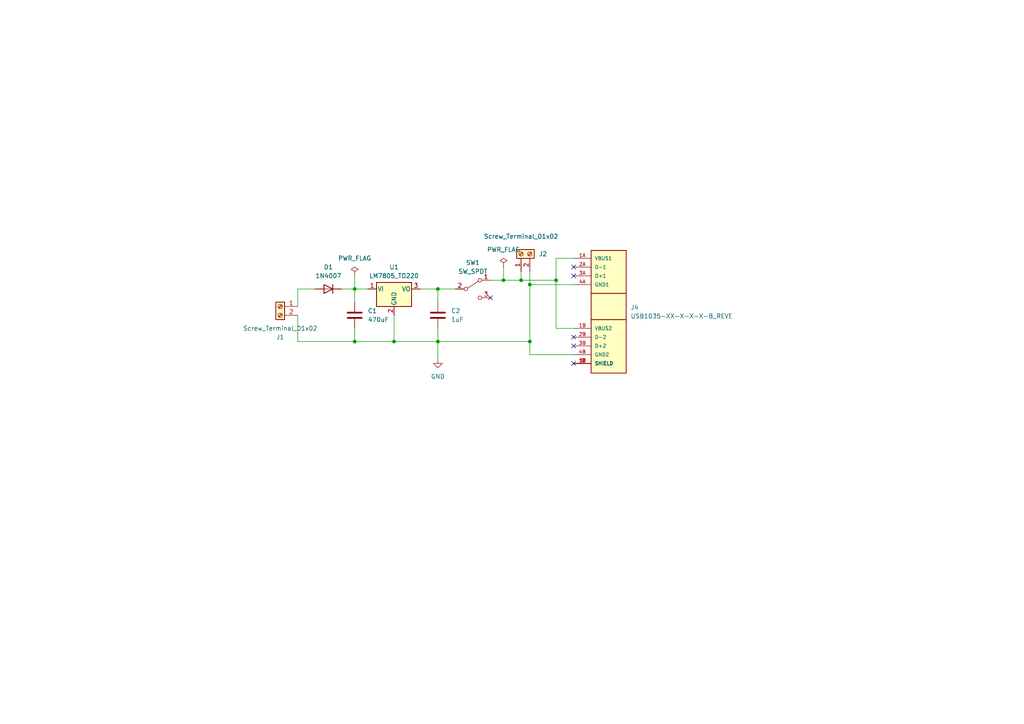
<source format=kicad_sch>
(kicad_sch (version 20230121) (generator eeschema)
  (paper "A4")
  (title_block (title "12V to 5V converter") (date "2023-12-12") (rev "1.0") (company "Kartik Deshpande"))
  (lib_symbols
    (symbol "Connector:Screw_Terminal_01x02" (pin_names (offset 1.016) hide)
      (property "Reference" "J" (at 0 2.54 0))
      (property "Value" "Screw_Terminal_01x02" (at 0 -5.08 0))
      (symbol "Screw_Terminal_01x02_1_1"
        (rectangle (start -1.27 1.27) (end 1.27 -3.81) (stroke (width 0.254)) (fill (type background)))
        (circle (center 0 -2.54) (radius 0.635) (stroke (width 0.1524)))
        (polyline (pts (xy -0.5334 -2.2098) (xy 0.3302 -3.048)) (stroke (width 0.1524)))
        (polyline (pts (xy -0.5334 0.3302) (xy 0.3302 -0.508)) (stroke (width 0.1524)))
        (polyline (pts (xy -0.3556 -2.032) (xy 0.508 -2.8702)) (stroke (width 0.1524)))
        (polyline (pts (xy -0.3556 0.508) (xy 0.508 -0.3302)) (stroke (width 0.1524)))
        (circle (center 0 0) (radius 0.635) (stroke (width 0.1524)))
        (pin passive line (at -5.08 0 0) (length 3.81) (name "Pin_1") (number "1"))
        (pin passive line (at -5.08 -2.54 0) (length 3.81) (name "Pin_2") (number "2"))
      )
    )
    (symbol "Device:C" (pin_numbers hide) (pin_names (offset 0.254))
      (property "Reference" "C" (at 0.635 2.54 0))
      (property "Value" "C" (at 0.635 -2.54 0))
      (symbol "C_0_1"
        (polyline (pts (xy -2.032 -0.762) (xy 2.032 -0.762)) (stroke (width 0.508)))
        (polyline (pts (xy -2.032 0.762) (xy 2.032 0.762)) (stroke (width 0.508)))
      )
      (symbol "C_1_1"
        (pin passive line (at 0 3.81 270) (length 2.794) (name "~") (number "1"))
        (pin passive line (at 0 -3.81 90) (length 2.794) (name "~") (number "2"))
      )
    )
    (symbol "Diode:1N4007" (pin_numbers hide) (pin_names hide)
      (property "Reference" "D" (at 0 2.54 0))
      (property "Value" "1N4007" (at 0 -2.54 0))
      (symbol "1N4007_0_1"
        (polyline (pts (xy -1.27 1.27) (xy -1.27 -1.27)) (stroke (width 0.254)))
        (polyline (pts (xy 1.27 0) (xy -1.27 0)))
        (polyline (pts (xy 1.27 1.27) (xy 1.27 -1.27) (xy -1.27 0) (xy 1.27 1.27)) (stroke (width 0.254)))
      )
      (symbol "1N4007_1_1"
        (pin passive line (at -3.81 0 0) (length 2.54) (name "K") (number "1"))
        (pin passive line (at 3.81 0 180) (length 2.54) (name "A") (number "2"))
      )
    )
    (symbol "Regulator_Linear:LM7805_TO220" (pin_names (offset 0.254))
      (property "Reference" "U" (at -3.81 3.175 0))
      (property "Value" "LM7805_TO220" (at 0 3.175 0))
      (symbol "LM7805_TO220_0_1"
        (rectangle (start -5.08 1.905) (end 5.08 -5.08) (stroke (width 0.254)) (fill (type background)))
      )
      (symbol "LM7805_TO220_1_1"
        (pin power_in line (at -7.62 0 0) (length 2.54) (name "VI") (number "1"))
        (pin power_in line (at 0 -7.62 90) (length 2.54) (name "GND") (number "2"))
        (pin power_out line (at 7.62 0 180) (length 2.54) (name "VO") (number "3"))
      )
    )
    (symbol "Switch:SW_SPDT" (pin_names (offset 0) hide)
      (property "Reference" "SW" (at 0 4.318 0))
      (property "Value" "SW_SPDT" (at 0 -5.08 0))
      (symbol "SW_SPDT_0_0"
        (circle (center -2.032 0) (radius 0.508))
        (circle (center 2.032 -2.54) (radius 0.508))
      )
      (symbol "SW_SPDT_0_1"
        (polyline (pts (xy -1.524 0.254) (xy 1.651 2.286)))
        (circle (center 2.032 2.54) (radius 0.508))
      )
      (symbol "SW_SPDT_1_1"
        (pin passive line (at 5.08 2.54 180) (length 2.54) (name "A") (number "1"))
        (pin passive line (at -5.08 0 0) (length 2.54) (name "B") (number "2"))
        (pin passive line (at 5.08 -2.54 180) (length 2.54) (name "C") (number "3"))
      )
    )
    (symbol "USB1035-XX-X-X-X-B_REVE:USB1035-XX-X-X-X-B_REVE" (pin_names (offset 1.016))
      (property "Reference" "J" (at -5.0846 18.3046 0))
      (property "Value" "USB1035-XX-X-X-X-B_REVE" (at -5.0893 -20.3574 0))
      (symbol "USB1035-XX-X-X-X-B_REVE_0_0"
        (rectangle (start -5.08 -18.034) (end 5.08 17.526) (stroke (width 0.254)) (fill (type background)))
        (polyline (pts (xy -5.08 -2.54) (xy 5.08 -2.54)) (stroke (width 0.254)))
        (polyline (pts (xy 5.08 5.08) (xy -5.08 5.08)) (stroke (width 0.254)))
        (pin power_in line (at -10.16 -15.24 0) (length 5.08) (name "SHIELD") (number "10"))
        (pin power_in line (at -10.16 -15.24 0) (length 5.08) (name "SHIELD") (number "11"))
        (pin power_in line (at -10.16 -15.24 0) (length 5.08) (name "SHIELD") (number "12"))
        (pin power_in line (at -10.16 15.24 0) (length 5.08) (name "VBUS1") (number "1A"))
        (pin power_in line (at -10.16 -5.08 0) (length 5.08) (name "VBUS2") (number "1B"))
        (pin bidirectional line (at -10.16 12.7 0) (length 5.08) (name "D-1") (number "2A"))
        (pin bidirectional line (at -10.16 -7.62 0) (length 5.08) (name "D-2") (number "2B"))
        (pin bidirectional line (at -10.16 10.16 0) (length 5.08) (name "D+1") (number "3A"))
        (pin bidirectional line (at -10.16 -10.16 0) (length 5.08) (name "D+2") (number "3B"))
        (pin power_in line (at -10.16 7.62 0) (length 5.08) (name "GND1") (number "4A"))
        (pin power_in line (at -10.16 -12.7 0) (length 5.08) (name "GND2") (number "4B"))
        (pin power_in line (at -10.16 -15.24 0) (length 5.08) (name "SHIELD") (number "9"))
      )
    )
    (symbol "power:GND" (power) (pin_names (offset 0))
      (property "Value" "GND" (at 0 -3.81 0))
      (symbol "GND_0_1"
        (polyline (pts (xy 0 0) (xy 0 -1.27) (xy 1.27 -1.27) (xy 0 -2.54) (xy -1.27 -1.27) (xy 0 -1.27)))
      )
      (symbol "GND_1_1"
        (pin power_in line (at 0 0 270) (length 0) hide (name "GND") (number "1"))
      )
    )
    (symbol "power:PWR_FLAG" (power) (pin_numbers hide) (pin_names (offset 0) hide)
      (property "Value" "PWR_FLAG" (at 0 3.81 0))
      (symbol "PWR_FLAG_0_0"
        (pin power_out line (at 0 0 90) (length 0) (name "pwr") (number "1"))
      )
      (symbol "PWR_FLAG_0_1"
        (polyline (pts (xy 0 0) (xy 0 1.27) (xy -1.016 1.905) (xy 0 2.54) (xy 1.016 1.905) (xy 0 1.27)))
      )
    )
  )
  (junction (at 127 99.06))
  (junction (at 153.67 99.06))
  (junction (at 146.05 81.28))
  (junction (at 102.87 83.82))
  (junction (at 114.3 99.06))
  (junction (at 127 83.82))
  (junction (at 153.67 82.55))
  (junction (at 161.29 81.28))
  (junction (at 151.13 81.28))
  (junction (at 102.87 99.06))
  (no_connect (at 166.37 105.41))
  (no_connect (at 166.37 77.47))
  (no_connect (at 166.37 97.79))
  (no_connect (at 166.37 100.33))
  (no_connect (at 142.24 86.36))
  (no_connect (at 166.37 80.01))
  (wire (pts (xy 86.36 91.44) (xy 86.36 99.06)))
  (wire (pts (xy 146.05 81.28) (xy 151.13 81.28)))
  (wire (pts (xy 153.67 82.55) (xy 166.37 82.55)))
  (wire (pts (xy 161.29 81.28) (xy 161.29 74.93)))
  (wire (pts (xy 153.67 78.74) (xy 153.67 82.55)))
  (wire (pts (xy 127 95.25) (xy 127 99.06)))
  (wire (pts (xy 146.05 77.47) (xy 146.05 81.28)))
  (wire (pts (xy 102.87 83.82) (xy 102.87 87.63)))
  (wire (pts (xy 153.67 99.06) (xy 153.67 102.87)))
  (wire (pts (xy 151.13 81.28) (xy 161.29 81.28)))
  (wire (pts (xy 102.87 80.01) (xy 102.87 83.82)))
  (wire (pts (xy 142.24 81.28) (xy 146.05 81.28)))
  (wire (pts (xy 153.67 102.87) (xy 166.37 102.87)))
  (wire (pts (xy 127 99.06) (xy 114.3 99.06)))
  (wire (pts (xy 153.67 82.55) (xy 153.67 99.06)))
  (wire (pts (xy 127 99.06) (xy 127 104.14)))
  (wire (pts (xy 161.29 74.93) (xy 166.37 74.93)))
  (wire (pts (xy 166.37 95.25) (xy 161.29 95.25)))
  (wire (pts (xy 102.87 99.06) (xy 114.3 99.06)))
  (wire (pts (xy 102.87 83.82) (xy 106.68 83.82)))
  (wire (pts (xy 151.13 81.28) (xy 151.13 78.74)))
  (wire (pts (xy 86.36 88.9) (xy 86.36 83.82)))
  (wire (pts (xy 127 83.82) (xy 127 87.63)))
  (wire (pts (xy 86.36 99.06) (xy 102.87 99.06)))
  (wire (pts (xy 121.92 83.82) (xy 127 83.82)))
  (wire (pts (xy 161.29 95.25) (xy 161.29 81.28)))
  (wire (pts (xy 102.87 95.25) (xy 102.87 99.06)))
  (wire (pts (xy 99.06 83.82) (xy 102.87 83.82)))
  (wire (pts (xy 127 83.82) (xy 132.08 83.82)))
  (wire (pts (xy 114.3 99.06) (xy 114.3 91.44)))
  (wire (pts (xy 86.36 83.82) (xy 91.44 83.82)))
  (wire (pts (xy 153.67 99.06) (xy 127 99.06)))
  (symbol (lib_id "power:PWR_FLAG") (at 146.05 77.47 0) (unit 1)
    (property "Reference" "#FLG02" (effects hide))
    (property "Value" "PWR_FLAG" (at 146.05 72.39 0))
  )
  (symbol (lib_id "Device:C") (at 102.87 91.44 0) (unit 1)
    (property "Reference" "C1" (at 106.68 90.17 0) (effects (justify left)))
    (property "Value" "470uF" (at 106.68 92.71 0) (effects (justify left)))
    (property "Footprint" "Capacitor_THT:C_Axial_L5.1mm_D3.1mm_P10.00mm_Horizontal" (effects hide))
  )
  (symbol (lib_id "Connector:Screw_Terminal_01x02") (at 151.13 73.66 90) (unit 1)
    (property "Reference" "J2" (at 157.48 73.66 90))
    (property "Value" "Screw_Terminal_01x02" (at 151.13 68.58 90))
    (property "Footprint" "TerminalBlock_Phoenix:TerminalBlock_Phoenix_MKDS-1,5-2_1x02_P5.00mm_Horizontal" (effects hide))
  )
  (symbol (lib_id "USB1035-XX-X-X-X-B_REVE:USB1035-XX-X-X-X-B_REVE") (at 176.53 90.17 0) (unit 1)
    (property "Reference" "J4" (at 182.88 89.154 0) (effects (justify left)))
    (property "Value" "USB1035-XX-X-X-X-B_REVE" (at 182.88 91.694 0) (effects (justify left)))
    (property "Footprint" "USB1035-XX-X-X-X-B_REVE:GCT_USB1035-XX-X-X-X-B_REVE" (effects hide))
    (property "MF" "Global Connector Technology" (effects hide))
    (property "Description" "\nUSB-A (USB TYPE-A), Stacked USB 2.0 Receptacle Connector 8 Position Through Hole, Right Angle\n" (effects hide))
    (property "Package" "None" (effects hide))
    (property "Price" "None" (effects hide))
    (property "Check_prices" "https://www.snapeda.com/parts/USB1035-GF-P-0-B-B/Global+Connector+Technology/view-part/?ref=eda" (effects hide))
    (property "SnapEDA_Link" "https://www.snapeda.com/parts/USB1035-GF-P-0-B-B/Global+Connector+Technology/view-part/?ref=snap" (effects hide))
    (property "MP" "USB1035-GF-P-0-B-B" (effects hide))
    (property "Availability" "In Stock" (effects hide))
    (property "MANUFACTURER" "GCT" (effects hide))
  )
  (symbol (lib_id "Device:C") (at 127 91.44 0) (unit 1)
    (property "Reference" "C2" (at 130.81 90.17 0) (effects (justify left)))
    (property "Value" "1uF" (at 130.81 92.71 0) (effects (justify left)))
    (property "Footprint" "Capacitor_THT:C_Axial_L5.1mm_D3.1mm_P10.00mm_Horizontal" (effects hide))
  )
  (symbol (lib_id "Diode:1N4007") (at 95.25 83.82 180) (unit 1)
    (property "Reference" "D1" (at 95.25 77.47 0))
    (property "Value" "1N4007" (at 95.25 80.01 0))
    (property "Footprint" "Diode_THT:D_DO-41_SOD81_P10.16mm_Horizontal" (effects hide))
    (property "Datasheet" "http://www.vishay.com/docs/88503/1n4001.pdf" (effects hide))
    (property "Sim.Device" "D" (effects hide))
    (property "Sim.Pins" "1=K 2=A" (effects hide))
  )
  (symbol (lib_id "Switch:SW_SPDT") (at 137.16 83.82 0) (unit 1)
    (property "Reference" "SW1" (at 137.16 76.2 0))
    (property "Value" "SW_SPDT" (at 137.16 78.74 0))
    (property "Footprint" "Button_Switch_THT:SW_CuK_JS202011AQN_DPDT_Angled" (effects hide))
  )
  (symbol (lib_id "Connector:Screw_Terminal_01x02") (at 81.28 88.9 0) (mirror y) (unit 1)
    (property "Reference" "J1" (at 81.28 97.79 0))
    (property "Value" "Screw_Terminal_01x02" (at 81.28 95.25 0))
    (property "Footprint" "TerminalBlock_Phoenix:TerminalBlock_Phoenix_MKDS-1,5-2_1x02_P5.00mm_Horizontal" (effects hide))
  )
  (symbol (lib_id "power:GND") (at 127 104.14 0) (unit 1)
    (property "Reference" "#PWR01" (effects hide))
    (property "Value" "GND" (at 127 109.22 0))
  )
  (symbol (lib_id "Regulator_Linear:LM7805_TO220") (at 114.3 83.82 0) (unit 1)
    (property "Reference" "U1" (at 114.3 77.47 0))
    (property "Value" "LM7805_TO220" (at 114.3 80.01 0))
    (property "Footprint" "Package_TO_SOT_THT:TO-220-3_Vertical" (effects hide))
    (property "Datasheet" "https://www.onsemi.cn/PowerSolutions/document/MC7800-D.PDF" (effects hide))
  )
  (symbol (lib_id "power:PWR_FLAG") (at 102.87 80.01 0) (unit 1)
    (property "Reference" "#FLG01" (effects hide))
    (property "Value" "PWR_FLAG" (at 102.87 74.93 0))
  )
)
</source>
